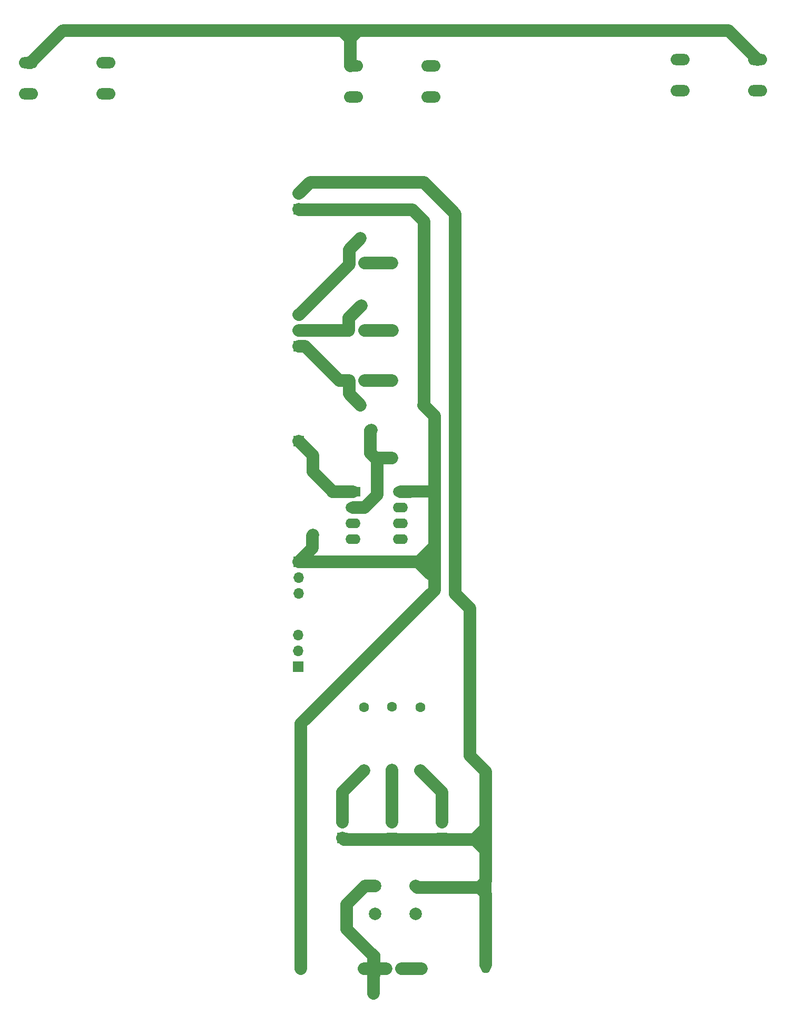
<source format=gbr>
%TF.GenerationSoftware,KiCad,Pcbnew,(6.0.2)*%
%TF.CreationDate,2023-10-08T18:38:51+02:00*%
%TF.ProjectId,kierownica,6b696572-6f77-46e6-9963-612e6b696361,rev?*%
%TF.SameCoordinates,Original*%
%TF.FileFunction,Copper,L2,Bot*%
%TF.FilePolarity,Positive*%
%FSLAX46Y46*%
G04 Gerber Fmt 4.6, Leading zero omitted, Abs format (unit mm)*
G04 Created by KiCad (PCBNEW (6.0.2)) date 2023-10-08 18:38:51*
%MOMM*%
%LPD*%
G01*
G04 APERTURE LIST*
%TA.AperFunction,NonConductor*%
%ADD10C,0.200000*%
%TD*%
%TA.AperFunction,ComponentPad*%
%ADD11C,2.000000*%
%TD*%
%TA.AperFunction,ComponentPad*%
%ADD12C,1.600000*%
%TD*%
%TA.AperFunction,ComponentPad*%
%ADD13O,1.600000X1.600000*%
%TD*%
%TA.AperFunction,ComponentPad*%
%ADD14R,1.700000X1.700000*%
%TD*%
%TA.AperFunction,ComponentPad*%
%ADD15O,3.048000X1.850000*%
%TD*%
%TA.AperFunction,ComponentPad*%
%ADD16O,1.700000X1.700000*%
%TD*%
%TA.AperFunction,ComponentPad*%
%ADD17R,1.800000X1.800000*%
%TD*%
%TA.AperFunction,ComponentPad*%
%ADD18C,1.800000*%
%TD*%
%TA.AperFunction,ComponentPad*%
%ADD19R,2.400000X1.600000*%
%TD*%
%TA.AperFunction,ComponentPad*%
%ADD20O,2.400000X1.600000*%
%TD*%
%TA.AperFunction,ViaPad*%
%ADD21C,1.600000*%
%TD*%
%TA.AperFunction,Conductor*%
%ADD22C,2.000000*%
%TD*%
G04 APERTURE END LIST*
D10*
X152500000Y-211150000D02*
X152500000Y-214750000D01*
X152500000Y-214750000D02*
X150550000Y-214500000D01*
X150550000Y-214500000D02*
X150550000Y-211550000D01*
X150550000Y-211550000D02*
X150500000Y-209200000D01*
X150500000Y-209200000D02*
X152500000Y-211150000D01*
G36*
X152500000Y-211150000D02*
G01*
X152500000Y-214750000D01*
X150550000Y-214500000D01*
X150550000Y-211550000D01*
X150500000Y-209200000D01*
X152500000Y-211150000D01*
G37*
X152500000Y-211150000D02*
X152500000Y-214750000D01*
X150550000Y-214500000D01*
X150550000Y-211550000D01*
X150500000Y-209200000D01*
X152500000Y-211150000D01*
X162000000Y-137775000D02*
X157500000Y-137775000D01*
X157500000Y-137775000D02*
X157500000Y-136000000D01*
X157500000Y-136000000D02*
X162000000Y-136000000D01*
X162000000Y-136000000D02*
X162000000Y-137775000D01*
G36*
X162000000Y-137775000D02*
G01*
X157500000Y-137775000D01*
X157500000Y-136000000D01*
X162000000Y-136000000D01*
X162000000Y-137775000D01*
G37*
X169000000Y-198000000D02*
X170400000Y-198000000D01*
X170400000Y-198000000D02*
X170400000Y-202500000D01*
X170400000Y-202500000D02*
X169000000Y-202500000D01*
X169000000Y-202500000D02*
X169000000Y-198000000D01*
G36*
X169000000Y-198000000D02*
G01*
X170400000Y-198000000D01*
X170400000Y-202500000D01*
X169000000Y-202500000D01*
X169000000Y-198000000D01*
G37*
D11*
%TO.P,SW3,1,1*%
%TO.N,GND*%
X151750000Y-200250000D03*
X158250000Y-200250000D03*
%TO.P,SW3,2,2*%
%TO.N,unconnected-(SW3-Pad2)*%
X151750000Y-204750000D03*
X158250000Y-204750000D03*
%TD*%
D12*
%TO.P,R2,1*%
%TO.N,Net-(C1-Pad2)*%
X154500000Y-119000000D03*
D13*
%TO.P,R2,2*%
%TO.N,GND*%
X164660000Y-119000000D03*
%TD*%
D14*
%TO.P,J1,1,Pin_1*%
%TO.N,Net-(C4-Pad1)*%
X151500000Y-217000000D03*
%TD*%
D12*
%TO.P,R6,1*%
%TO.N,Net-(C3-Pad2)*%
X154500000Y-100200000D03*
D13*
%TO.P,R6,2*%
%TO.N,GND*%
X164660000Y-100200000D03*
%TD*%
D15*
%TO.P,SW4,1,1*%
%TO.N,GND*%
X160760000Y-68500000D03*
X148260000Y-68500000D03*
%TO.P,SW4,2,2*%
%TO.N,unconnected-(SW4-Pad2)*%
X148260000Y-73500000D03*
X160760000Y-73500000D03*
%TD*%
D12*
%TO.P,R10,1*%
%TO.N,Net-(J3-Pad2)*%
X154500000Y-171420000D03*
D13*
%TO.P,R10,2*%
%TO.N,Net-(D2-Pad2)*%
X154500000Y-181580000D03*
%TD*%
D12*
%TO.P,R3,1*%
%TO.N,Net-(C2-Pad1)*%
X149520000Y-107000000D03*
D13*
%TO.P,R3,2*%
%TO.N,+3V3*%
X159680000Y-107000000D03*
%TD*%
D14*
%TO.P,J3,1,Pin_1*%
%TO.N,Net-(J3-Pad1)*%
X139375000Y-165025000D03*
D16*
%TO.P,J3,2,Pin_2*%
%TO.N,Net-(J3-Pad2)*%
X139375000Y-162485000D03*
%TO.P,J3,3,Pin_3*%
%TO.N,Net-(J3-Pad3)*%
X139375000Y-159945000D03*
%TD*%
D14*
%TO.P,J2,1,Pin_1*%
%TO.N,Net-(C1-Pad1)*%
X139500000Y-113500000D03*
D16*
%TO.P,J2,2,Pin_2*%
%TO.N,Net-(C2-Pad1)*%
X139500000Y-110960000D03*
%TO.P,J2,3,Pin_3*%
%TO.N,Net-(C3-Pad1)*%
X139500000Y-108420000D03*
%TD*%
D12*
%TO.P,R13,1*%
%TO.N,Net-(R12-Pad2)*%
X154420000Y-131500000D03*
D13*
%TO.P,R13,2*%
%TO.N,GND*%
X164580000Y-131500000D03*
%TD*%
D12*
%TO.P,R14,1*%
%TO.N,+3V3*%
X141710000Y-143870000D03*
D13*
%TO.P,R14,2*%
%TO.N,Net-(J6-Pad1)*%
X141710000Y-133710000D03*
%TD*%
D12*
%TO.P,R9,1*%
%TO.N,Net-(J3-Pad1)*%
X150000000Y-171500000D03*
D13*
%TO.P,R9,2*%
%TO.N,Net-(D1-Pad2)*%
X150000000Y-181660000D03*
%TD*%
D12*
%TO.P,C3,1*%
%TO.N,Net-(C3-Pad1)*%
X147580000Y-100200000D03*
%TO.P,C3,2*%
%TO.N,Net-(C3-Pad2)*%
X150080000Y-100200000D03*
%TD*%
D15*
%TO.P,SW1,1,1*%
%TO.N,GND*%
X108500000Y-68000000D03*
X96000000Y-68000000D03*
%TO.P,SW1,2,2*%
%TO.N,unconnected-(SW1-Pad2)*%
X108500000Y-73000000D03*
X96000000Y-73000000D03*
%TD*%
D17*
%TO.P,D1,1,K*%
%TO.N,GND*%
X146500000Y-192500000D03*
D18*
%TO.P,D1,2,A*%
%TO.N,Net-(D1-Pad2)*%
X146500000Y-189960000D03*
%TD*%
D12*
%TO.P,R11,1*%
%TO.N,Net-(J3-Pad3)*%
X159000000Y-171500000D03*
D13*
%TO.P,R11,2*%
%TO.N,Net-(D3-Pad2)*%
X159000000Y-181660000D03*
%TD*%
D19*
%TO.P,U1,1*%
%TO.N,Net-(J6-Pad1)*%
X148175000Y-136880000D03*
D20*
%TO.P,U1,2,-*%
%TO.N,Net-(R12-Pad2)*%
X148175000Y-139420000D03*
%TO.P,U1,3,+*%
%TO.N,Net-(J4-Pad2)*%
X148175000Y-141960000D03*
%TO.P,U1,4*%
%TO.N,N/C*%
X148175000Y-144500000D03*
%TO.P,U1,5*%
X155795000Y-144500000D03*
%TO.P,U1,6*%
X155795000Y-141960000D03*
%TO.P,U1,7*%
X155795000Y-139420000D03*
%TO.P,U1,8*%
X155795000Y-136880000D03*
%TD*%
D12*
%TO.P,R5,1*%
%TO.N,Net-(C3-Pad1)*%
X149420000Y-96200000D03*
D13*
%TO.P,R5,2*%
%TO.N,+3V3*%
X159580000Y-96200000D03*
%TD*%
D14*
%TO.P,J4,1,Pin_1*%
%TO.N,+3V3*%
X139500000Y-148200000D03*
D16*
%TO.P,J4,2,Pin_2*%
%TO.N,Net-(J4-Pad2)*%
X139500000Y-150740000D03*
%TO.P,J4,3,Pin_3*%
%TO.N,GND*%
X139500000Y-153280000D03*
%TD*%
D12*
%TO.P,R12,1*%
%TO.N,+3V3*%
X161280000Y-127000000D03*
D13*
%TO.P,R12,2*%
%TO.N,Net-(R12-Pad2)*%
X151120000Y-127000000D03*
%TD*%
D12*
%TO.P,C4,1*%
%TO.N,Net-(C4-Pad1)*%
X153500000Y-213500000D03*
%TO.P,C4,2*%
%TO.N,Net-(C4-Pad2)*%
X156000000Y-213500000D03*
%TD*%
%TO.P,C1,1*%
%TO.N,Net-(C1-Pad1)*%
X147580000Y-119000000D03*
%TO.P,C1,2*%
%TO.N,Net-(C1-Pad2)*%
X150080000Y-119000000D03*
%TD*%
%TO.P,R7,1*%
%TO.N,Net-(C4-Pad1)*%
X150000000Y-213500000D03*
D13*
%TO.P,R7,2*%
%TO.N,+3V3*%
X139840000Y-213500000D03*
%TD*%
D14*
%TO.P,J6,1,Pin_1*%
%TO.N,Net-(J6-Pad1)*%
X139500000Y-128800000D03*
%TD*%
D17*
%TO.P,D3,1,K*%
%TO.N,GND*%
X162500000Y-192500000D03*
D18*
%TO.P,D3,2,A*%
%TO.N,Net-(D3-Pad2)*%
X162500000Y-189960000D03*
%TD*%
D15*
%TO.P,SW2,1,1*%
%TO.N,GND*%
X213260000Y-67500000D03*
X200760000Y-67500000D03*
%TO.P,SW2,2,2*%
%TO.N,unconnected-(SW2-Pad2)*%
X200760000Y-72500000D03*
X213260000Y-72500000D03*
%TD*%
D12*
%TO.P,C2,1*%
%TO.N,Net-(C2-Pad1)*%
X147550000Y-111000000D03*
%TO.P,C2,2*%
%TO.N,Net-(C2-Pad2)*%
X150050000Y-111000000D03*
%TD*%
%TO.P,R4,1*%
%TO.N,Net-(C2-Pad2)*%
X154520000Y-111000000D03*
D13*
%TO.P,R4,2*%
%TO.N,GND*%
X164680000Y-111000000D03*
%TD*%
D12*
%TO.P,R8,1*%
%TO.N,Net-(C4-Pad2)*%
X159370000Y-213450000D03*
D13*
%TO.P,R8,2*%
%TO.N,GND*%
X169530000Y-213450000D03*
%TD*%
D17*
%TO.P,D2,1,K*%
%TO.N,GND*%
X154500000Y-192520000D03*
D18*
%TO.P,D2,2,A*%
%TO.N,Net-(D2-Pad2)*%
X154500000Y-189980000D03*
%TD*%
D14*
%TO.P,J5,1,Pin_1*%
%TO.N,+3V3*%
X139500000Y-91540000D03*
D16*
%TO.P,J5,2,Pin_2*%
%TO.N,GND*%
X139500000Y-89000000D03*
%TD*%
D12*
%TO.P,R1,1*%
%TO.N,Net-(C1-Pad1)*%
X149420000Y-123000000D03*
D13*
%TO.P,R1,2*%
%TO.N,+3V3*%
X159580000Y-123000000D03*
%TD*%
D21*
%TO.N,GND*%
X164660000Y-153315000D03*
%TD*%
D22*
%TO.N,*%
X157380000Y-136880000D02*
X157380480Y-136879520D01*
X155795000Y-136880000D02*
X157380000Y-136880000D01*
%TO.N,Net-(C1-Pad1)*%
X146000000Y-119000000D02*
X147580000Y-119000000D01*
X140500000Y-113500000D02*
X146000000Y-119000000D01*
X147580000Y-121160000D02*
X149420000Y-123000000D01*
X139500000Y-113500000D02*
X140500000Y-113500000D01*
X147580000Y-119000000D02*
X147580000Y-121160000D01*
%TO.N,Net-(C1-Pad2)*%
X150080000Y-119000000D02*
X154500000Y-119000000D01*
%TO.N,Net-(C2-Pad1)*%
X139500000Y-110960000D02*
X141500000Y-110960000D01*
X147550000Y-111000000D02*
X139540000Y-111000000D01*
X139540000Y-111000000D02*
X139500000Y-110960000D01*
X149520000Y-107000000D02*
X147550000Y-108970000D01*
X147550000Y-108970000D02*
X147550000Y-111000000D01*
%TO.N,Net-(C2-Pad2)*%
X150050000Y-111000000D02*
X154520000Y-111000000D01*
%TO.N,Net-(C3-Pad1)*%
X147580000Y-100420000D02*
X147580000Y-100200000D01*
X147580000Y-100200000D02*
X147580000Y-98040000D01*
X147580000Y-98040000D02*
X149420000Y-96200000D01*
X139500000Y-108420000D02*
X139580000Y-108420000D01*
X139580000Y-108420000D02*
X147580000Y-100420000D01*
%TO.N,Net-(C3-Pad2)*%
X150080000Y-100200000D02*
X154500000Y-100200000D01*
%TO.N,Net-(C4-Pad2)*%
X156000000Y-213500000D02*
X159220000Y-213500000D01*
%TO.N,GND*%
X167000000Y-179337500D02*
X169500000Y-181837500D01*
X149000000Y-62800000D02*
X146400000Y-62800000D01*
X167000000Y-155655000D02*
X167000000Y-179337500D01*
X169500000Y-199500000D02*
X168480000Y-200520000D01*
X164660000Y-92260000D02*
X164660000Y-119000000D01*
X208560000Y-62800000D02*
X149000000Y-62800000D01*
X169500000Y-201540000D02*
X169500000Y-212920000D01*
X164660000Y-119000000D02*
X164660000Y-153315000D01*
X158520000Y-200520000D02*
X158250000Y-200250000D01*
X168200000Y-192300000D02*
X168200000Y-193200000D01*
X96400000Y-68000000D02*
X101400000Y-63000000D01*
X147180000Y-203230000D02*
X147180000Y-207180000D01*
X147760000Y-64160000D02*
X146400000Y-62800000D01*
X168480000Y-200520000D02*
X158520000Y-200520000D01*
X139500000Y-89000000D02*
X141300000Y-87200000D01*
X169500000Y-193500000D02*
X169500000Y-199500000D01*
X147760000Y-64160000D02*
X147760000Y-64040000D01*
X146745000Y-192745000D02*
X169400000Y-192745000D01*
X168480000Y-200520000D02*
X169500000Y-201540000D01*
X141300000Y-87200000D02*
X159600000Y-87200000D01*
X147180000Y-207180000D02*
X151300480Y-211300480D01*
X151750000Y-200250000D02*
X150160000Y-200250000D01*
X101600000Y-62800000D02*
X101400000Y-63000000D01*
X169355000Y-200520000D02*
X168480000Y-200520000D01*
X150160000Y-200250000D02*
X147180000Y-203230000D01*
X96000000Y-68000000D02*
X96400000Y-68000000D01*
X147760000Y-68500000D02*
X147760000Y-64160000D01*
X169500000Y-191000000D02*
X168200000Y-192300000D01*
X147760000Y-64040000D02*
X149000000Y-62800000D01*
X146400000Y-62800000D02*
X101600000Y-62800000D01*
X168200000Y-193200000D02*
X169500000Y-194500000D01*
X169500000Y-181837500D02*
X169500000Y-194500000D01*
X164660000Y-153315000D02*
X167000000Y-155655000D01*
X213260000Y-67500000D02*
X208560000Y-62800000D01*
X159600000Y-87200000D02*
X164660000Y-92260000D01*
X146500000Y-192500000D02*
X146745000Y-192745000D01*
%TO.N,Net-(D1-Pad2)*%
X150000000Y-181660000D02*
X146500000Y-185160000D01*
X146500000Y-185160000D02*
X146500000Y-189960000D01*
%TO.N,Net-(D2-Pad2)*%
X154500000Y-181580000D02*
X154500000Y-189980000D01*
%TO.N,Net-(D3-Pad2)*%
X162500000Y-185160000D02*
X162500000Y-189960000D01*
X159000000Y-181660000D02*
X162500000Y-185160000D01*
%TO.N,+3V3*%
X161299520Y-124719520D02*
X161299520Y-145700480D01*
X160700000Y-148300000D02*
X161299520Y-147700480D01*
X158800000Y-148200000D02*
X158800000Y-148300000D01*
X159660000Y-122920000D02*
X159580000Y-123000000D01*
X159660000Y-93460000D02*
X159660000Y-122920000D01*
X141700000Y-143980000D02*
X141700000Y-146000000D01*
X160700480Y-150200480D02*
X161299520Y-150200480D01*
X139840000Y-174160000D02*
X161299520Y-152700480D01*
X141800000Y-143880000D02*
X141700000Y-143980000D01*
X158800000Y-148200000D02*
X161299520Y-145700480D01*
X159580000Y-123000000D02*
X161299520Y-124719520D01*
X161299520Y-147700480D02*
X161299520Y-150200480D01*
X139500000Y-148200000D02*
X158800000Y-148200000D01*
X141700000Y-146000000D02*
X139500000Y-148200000D01*
X139500000Y-91540000D02*
X139560000Y-91600000D01*
X158800000Y-148300000D02*
X160700000Y-148300000D01*
X139560000Y-91600000D02*
X157720000Y-91600000D01*
X157800000Y-91600000D02*
X159660000Y-93460000D01*
X139840000Y-213500000D02*
X139840000Y-174160000D01*
X158800000Y-148300000D02*
X160700480Y-150200480D01*
X161299520Y-145700480D02*
X161299520Y-147700480D01*
X157720000Y-91600000D02*
X159460000Y-93340000D01*
X161299520Y-152700480D02*
X161299520Y-150200480D01*
%TO.N,Net-(R12-Pad2)*%
X151000000Y-127120000D02*
X151000000Y-130710000D01*
X152040000Y-131500000D02*
X154420000Y-131500000D01*
X151900000Y-131640000D02*
X152040000Y-131500000D01*
X148175000Y-139420000D02*
X150034022Y-139420000D01*
X150034022Y-139420000D02*
X152060000Y-137394022D01*
X151000000Y-130710000D02*
X152060000Y-131770000D01*
X152060000Y-137394022D02*
X152060000Y-131800000D01*
X151120000Y-127000000D02*
X151000000Y-127120000D01*
X152060000Y-131800000D02*
X151900000Y-131640000D01*
%TO.N,Net-(C4-Pad1)*%
X151500000Y-217500000D02*
X151500000Y-213500000D01*
X150000000Y-213500000D02*
X151500000Y-213500000D01*
X151500000Y-213500000D02*
X153500000Y-213500000D01*
%TO.N,Net-(J6-Pad1)*%
X141800000Y-131100000D02*
X139500000Y-128800000D01*
X148175000Y-136880000D02*
X144880000Y-136880000D01*
X144880000Y-136800000D02*
X141800000Y-133720000D01*
X144880000Y-136880000D02*
X144880000Y-136800000D01*
X141800000Y-133720000D02*
X141800000Y-131100000D01*
%TD*%
M02*

</source>
